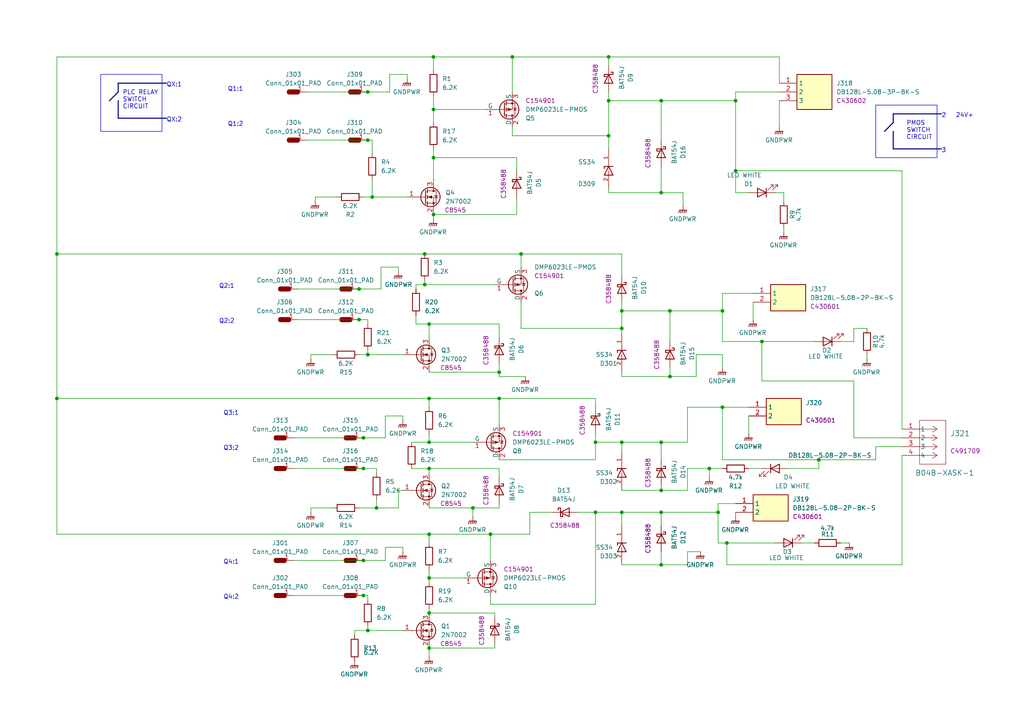
<source format=kicad_sch>
(kicad_sch (version 20230121) (generator eeschema)
  (paper "A4")
  (title_block (title "PLC OUTPUTS (P-MOS)") (rev "14.1.6") (company "Volodune LLC"))
  (lib_symbols
    (symbol "Device:LED" (pin_numbers hide) (pin_names (offset 1.016) hide)
      (property "Reference" "D" (at 0 2.54 0))
      (property "Value" "LED" (at 0 -2.54 0))
      (symbol "LED_1_1"
        (pin passive line (at -3.81 0 0) (length 2.54) (name "K") (number "1"))
        (pin passive line (at 3.81 0 180) (length 2.54) (name "A") (number "2"))
      )
    )
    (symbol "Device:R" (pin_numbers hide) (pin_names (offset 0))
      (property "Reference" "R" (at 2.032 0 90))
      (property "Value" "R" (at 0 0 90))
      (symbol "R_1_1"
        (pin passive line (at 0 3.81 270) (length 1.27) (name "~") (number "1"))
        (pin passive line (at 0 -3.81 90) (length 1.27) (name "~") (number "2"))
      )
    )
    (symbol "Diode:BAT54J" (pin_numbers hide) (pin_names (offset 1.016) hide)
      (property "Reference" "D" (at 0 2.54 0))
      (property "Value" "BAT54J" (at 0 -2.54 0))
      (symbol "BAT54J_1_1"
        (pin passive line (at -3.81 0 0) (length 2.54) (name "K") (number "1"))
        (pin passive line (at 3.81 0 180) (length 2.54) (name "A") (number "2"))
      )
    )
    (symbol "PCB_Library:1729128"
      (property "Reference" "J" (at 16.51 7.62 0))
      (property "Value" "XY128V-A-5.08-2P" (at 16.51 5.08 0))
      (property "LCSC" "C557665" (at 8.89 6.35 0))
      (symbol "1729128_1_1"
        (pin passive line (at 0 0 0) (length 5.08) (name "1") (number "1"))
        (pin passive line (at 0 -2.54 0) (length 5.08) (name "2") (number "2"))
      )
    )
    (symbol "PCB_Library:B04B-XASK-1" (pin_names (offset 0.254))
      (property "Reference" "J" (at 8.89 6.35 0))
      (property "Value" "B04B-XASK-1" (at 2.54 10.16 0))
      (property "LCSC" "C264994" (at -5.08 3.81 0))
      (symbol "B04B-XASK-1_1_1"
        (pin unspecified line (at 0 0 0) (length 5.08) (name "1") (number "1"))
        (pin unspecified line (at 0 -2.54 0) (length 5.08) (name "2") (number "2"))
        (pin unspecified line (at 0 -5.08 0) (length 5.08) (name "3") (number "3"))
        (pin unspecified line (at 0 -7.62 0) (length 5.08) (name "4") (number "4"))
      )
      (symbol "B04B-XASK-1_1_2"
        (pin unspecified line (at 0 0 0) (length 5.08) (name "1") (number "1"))
        (pin unspecified line (at 0 -2.54 0) (length 5.08) (name "2") (number "2"))
        (pin unspecified line (at 0 -5.08 0) (length 5.08) (name "3") (number "3"))
        (pin unspecified line (at 0 -7.62 0) (length 5.08) (name "4") (number "4"))
      )
    )
    (symbol "PCB_Library:Conn_01x01_PAD" (pin_names (offset 1.016) hide)
      (property "Reference" "J" (at 0 2.54 0))
      (property "Value" "Conn_01x01_PAD" (at 1.27 -3.81 0))
      (symbol "Conn_01x01_PAD_1_1"
        (pin passive line (at 5.08 0 180) (length 3.81) (name "Pin_1") (number "1"))
      )
    )
    (symbol "PCB_Library:DMP6023LE-PMOS" (pin_names (offset 0))
      (property "Reference" "Q" (at 5.08 1.27 0))
      (property "Value" "DMP6023LE-PMOS" (at 6.35 10.16 0))
      (property "LCSC" "C154901" (at -5.08 6.35 0))
      (symbol "DMP6023LE-PMOS_1_1"
        (pin input line (at -5.08 0 0) (length 2.54) (name "G") (number "1"))
        (pin passive line (at 2.54 5.08 270) (length 2.54) (name "D") (number "2"))
        (pin passive line (at 2.54 -5.08 90) (length 2.54) (name "S") (number "3"))
      )
    )
    (symbol "PCB_Library:SMBJ24A" (pin_names (offset 1.016))
      (property "Reference" "D" (at -5.0835 2.4159 0))
      (property "Value" "SMBJ24A" (at -5.0854 -4.9611 0))
      (symbol "SMBJ24A_1_0"
        (pin passive line (at -6.35 0 0) (length 5.08) (name "~") (number "1"))
        (pin passive line (at 5.08 0 180) (length 5.08) (name "~") (number "2"))
      )
    )
    (symbol "PCB_Library:XY128V-A-5.08-3P"
      (property "Reference" "J" (at 16.51 7.62 0))
      (property "Value" "XY128V-A-5.08-3P" (at 16.51 5.08 0))
      (property "LCSC" "C557666" (at 8.89 6.35 0))
      (symbol "XY128V-A-5.08-3P_1_1"
        (pin passive line (at 0 0 0) (length 5.08) (name "1") (number "1"))
        (pin passive line (at 0 -2.54 0) (length 5.08) (name "2") (number "2"))
        (pin passive line (at 0 -5.08 0) (length 5.08) (name "3") (number "3"))
      )
    )
    (symbol "Transistor_FET:2N7002" (pin_names hide)
      (property "Reference" "Q" (at 5.08 1.905 0))
      (property "Value" "2N7002" (at 5.08 0 0))
      (symbol "2N7002_1_1"
        (pin input line (at -5.08 0 0) (length 2.54) (name "G") (number "1"))
        (pin passive line (at 2.54 -5.08 90) (length 2.54) (name "S") (number "2"))
        (pin passive line (at 2.54 5.08 270) (length 2.54) (name "D") (number "3"))
      )
    )
    (symbol "power:GNDPWR" (power) (pin_names (offset 0))
      (property "Value" "GNDPWR" (at 0 -3.302 0))
      (symbol "GNDPWR_1_1"
        (pin power_in line (at 0 0 270) (length 0) hide (name "GNDPWR") (number "1"))
      )
    )
  )
  (junction (at 151.13 73.66))
  (junction (at 144.78 107.95))
  (junction (at 106.68 102.87))
  (junction (at 220.98 99.06))
  (junction (at 124.46 128.27))
  (junction (at 124.46 93.98))
  (junction (at 142.24 154.94))
  (junction (at 191.77 163.83))
  (junction (at 191.77 29.21))
  (junction (at 125.73 62.23))
  (junction (at 106.68 182.88))
  (junction (at 125.73 31.75))
  (junction (at 125.73 16.51))
  (junction (at 191.77 142.24))
  (junction (at 124.46 177.8))
  (junction (at 213.36 49.53))
  (junction (at 237.49 133.35))
  (junction (at 172.72 148.59))
  (junction (at 124.46 135.89))
  (junction (at 176.53 16.51))
  (junction (at 144.78 115.57))
  (junction (at 125.73 45.72))
  (junction (at 209.55 118.11))
  (junction (at 176.53 39.37))
  (junction (at 191.77 55.88))
  (junction (at 194.31 109.22))
  (junction (at 123.19 73.66))
  (junction (at 107.95 57.15))
  (junction (at 191.77 128.27))
  (junction (at 172.72 128.27))
  (junction (at 123.19 82.55))
  (junction (at 106.68 26.67))
  (junction (at 104.14 92.71))
  (junction (at 209.55 90.17))
  (junction (at 16.51 73.66))
  (junction (at 210.82 157.48))
  (junction (at 208.28 148.59))
  (junction (at 16.51 115.57))
  (junction (at 180.34 128.27))
  (junction (at 124.46 187.96))
  (junction (at 105.41 127))
  (junction (at 124.46 167.64))
  (junction (at 213.36 29.21))
  (junction (at 105.41 162.56))
  (junction (at 104.14 83.82))
  (junction (at 109.22 147.32))
  (junction (at 180.34 148.59))
  (junction (at 148.59 16.51))
  (junction (at 180.34 95.25))
  (junction (at 124.46 115.57))
  (junction (at 191.77 148.59))
  (junction (at 194.31 90.17))
  (junction (at 105.41 135.89))
  (junction (at 205.74 135.89))
  (junction (at 137.16 147.32))
  (junction (at 180.34 90.17))
  (junction (at 105.41 172.72))
  (junction (at 124.46 154.94))
  (junction (at 176.53 29.21))
  (junction (at 106.68 40.64))
  (wire (pts (xy 124.46 115.57) (xy 124.46 118.11)))
  (wire (pts (xy 120.65 82.55) (xy 123.19 82.55)))
  (wire (pts (xy 199.39 118.11) (xy 209.55 118.11)))
  (wire (pts (xy 209.55 85.09) (xy 209.55 90.17)))
  (bus (pts (xy 259.08 38.1) (xy 259.08 43.18)))
  (wire (pts (xy 125.73 31.75) (xy 125.73 35.56)))
  (wire (pts (xy 90.17 102.87) (xy 96.52 102.87)))
  (wire (pts (xy 191.77 128.27) (xy 191.77 133.35)))
  (wire (pts (xy 119.38 128.27) (xy 124.46 128.27)))
  (wire (pts (xy 124.46 125.73) (xy 124.46 128.27)))
  (wire (pts (xy 124.46 154.94) (xy 142.24 154.94)))
  (wire (pts (xy 198.12 55.88) (xy 191.77 55.88)))
  (wire (pts (xy 124.46 190.5) (xy 124.46 187.96)))
  (wire (pts (xy 172.72 125.73) (xy 172.72 128.27)))
  (bus (pts (xy 34.29 24.13) (xy 34.29 26.67)))
  (wire (pts (xy 247.65 99.06) (xy 247.65 95.25)))
  (wire (pts (xy 106.68 182.88) (xy 106.68 181.61)))
  (wire (pts (xy 237.49 133.35) (xy 237.49 135.89)))
  (wire (pts (xy 106.68 26.67) (xy 113.03 26.67)))
  (wire (pts (xy 120.65 91.44) (xy 120.65 93.98)))
  (wire (pts (xy 111.76 158.75) (xy 116.84 158.75)))
  (wire (pts (xy 106.68 101.6) (xy 106.68 102.87)))
  (wire (pts (xy 191.77 48.26) (xy 191.77 55.88)))
  (wire (pts (xy 209.55 102.87) (xy 209.55 106.68)))
  (wire (pts (xy 172.72 148.59) (xy 180.34 148.59)))
  (wire (pts (xy 153.67 148.59) (xy 153.67 154.94)))
  (wire (pts (xy 125.73 31.75) (xy 140.97 31.75)))
  (wire (pts (xy 143.51 177.8) (xy 143.51 179.07)))
  (wire (pts (xy 110.49 77.47) (xy 110.49 83.82)))
  (wire (pts (xy 124.46 115.57) (xy 144.78 115.57)))
  (wire (pts (xy 102.87 182.88) (xy 106.68 182.88)))
  (wire (pts (xy 86.36 83.82) (xy 104.14 83.82)))
  (wire (pts (xy 107.95 40.64) (xy 107.95 44.45)))
  (wire (pts (xy 90.17 147.32) (xy 96.52 147.32)))
  (bus (pts (xy 259.08 33.02) (xy 259.08 35.56)))
  (wire (pts (xy 191.77 148.59) (xy 191.77 152.4)))
  (wire (pts (xy 224.79 55.88) (xy 227.33 55.88)))
  (wire (pts (xy 180.34 73.66) (xy 180.34 80.01)))
  (wire (pts (xy 149.86 57.15) (xy 149.86 62.23)))
  (wire (pts (xy 213.36 148.59) (xy 213.36 149.86)))
  (wire (pts (xy 176.53 54.61) (xy 176.53 55.88)))
  (wire (pts (xy 125.73 62.23) (xy 125.73 63.5)))
  (wire (pts (xy 167.64 148.59) (xy 172.72 148.59)))
  (wire (pts (xy 201.93 102.87) (xy 201.93 109.22)))
  (wire (pts (xy 191.77 163.83) (xy 199.39 163.83)))
  (wire (pts (xy 88.9 26.67) (xy 106.68 26.67)))
  (wire (pts (xy 151.13 73.66) (xy 180.34 73.66)))
  (wire (pts (xy 109.22 144.78) (xy 109.22 147.32)))
  (wire (pts (xy 144.78 93.98) (xy 144.78 97.79)))
  (wire (pts (xy 180.34 148.59) (xy 191.77 148.59)))
  (wire (pts (xy 144.78 105.41) (xy 144.78 107.95)))
  (wire (pts (xy 205.74 135.89) (xy 209.55 135.89)))
  (wire (pts (xy 106.68 173.99) (xy 106.68 172.72)))
  (wire (pts (xy 203.2 160.02) (xy 199.39 160.02)))
  (wire (pts (xy 237.49 133.35) (xy 254 133.35)))
  (wire (pts (xy 91.44 57.15) (xy 97.79 57.15)))
  (wire (pts (xy 180.34 109.22) (xy 180.34 107.95)))
  (wire (pts (xy 144.78 146.05) (xy 144.78 147.32)))
  (wire (pts (xy 142.24 154.94) (xy 142.24 162.56)))
  (wire (pts (xy 125.73 43.18) (xy 125.73 45.72)))
  (wire (pts (xy 144.78 133.35) (xy 172.72 133.35)))
  (wire (pts (xy 124.46 187.96) (xy 143.51 187.96)))
  (wire (pts (xy 90.17 102.87) (xy 90.17 104.14)))
  (wire (pts (xy 16.51 154.94) (xy 124.46 154.94)))
  (wire (pts (xy 180.34 163.83) (xy 191.77 163.83)))
  (wire (pts (xy 106.68 182.88) (xy 116.84 182.88)))
  (wire (pts (xy 151.13 95.25) (xy 180.34 95.25)))
  (wire (pts (xy 209.55 90.17) (xy 209.55 99.06)))
  (wire (pts (xy 153.67 148.59) (xy 160.02 148.59)))
  (wire (pts (xy 106.68 172.72) (xy 105.41 172.72)))
  (wire (pts (xy 180.34 152.4) (xy 180.34 148.59)))
  (wire (pts (xy 124.46 167.64) (xy 134.62 167.64)))
  (wire (pts (xy 144.78 115.57) (xy 172.72 115.57)))
  (wire (pts (xy 124.46 107.95) (xy 144.78 107.95)))
  (bus (pts (xy 273.05 33.02) (xy 259.08 33.02)))
  (wire (pts (xy 180.34 90.17) (xy 194.31 90.17)))
  (wire (pts (xy 124.46 93.98) (xy 144.78 93.98)))
  (wire (pts (xy 208.28 148.59) (xy 208.28 157.48)))
  (wire (pts (xy 124.46 165.1) (xy 124.46 167.64)))
  (wire (pts (xy 176.53 29.21) (xy 191.77 29.21)))
  (wire (pts (xy 213.36 55.88) (xy 217.17 55.88)))
  (wire (pts (xy 116.84 142.24) (xy 115.57 142.24)))
  (bus (pts (xy 34.29 34.29) (xy 48.26 34.29)))
  (wire (pts (xy 213.36 29.21) (xy 213.36 49.53)))
  (wire (pts (xy 125.73 16.51) (xy 125.73 20.32)))
  (wire (pts (xy 125.73 27.94) (xy 125.73 31.75)))
  (wire (pts (xy 116.84 120.65) (xy 116.84 121.92)))
  (wire (pts (xy 148.59 39.37) (xy 176.53 39.37)))
  (wire (pts (xy 144.78 135.89) (xy 144.78 138.43)))
  (wire (pts (xy 105.41 57.15) (xy 107.95 57.15)))
  (wire (pts (xy 180.34 128.27) (xy 180.34 130.81)))
  (wire (pts (xy 213.36 26.67) (xy 226.06 26.67)))
  (wire (pts (xy 110.49 77.47) (xy 115.57 77.47)))
  (wire (pts (xy 102.87 184.15) (xy 102.87 182.88)))
  (wire (pts (xy 143.51 186.69) (xy 143.51 187.96)))
  (wire (pts (xy 105.41 127) (xy 111.76 127)))
  (bus (pts (xy 31.75 29.21) (xy 34.29 26.67)))
  (wire (pts (xy 106.68 40.64) (xy 107.95 40.64)))
  (wire (pts (xy 199.39 135.89) (xy 199.39 142.24)))
  (wire (pts (xy 142.24 175.26) (xy 172.72 175.26)))
  (wire (pts (xy 180.34 128.27) (xy 191.77 128.27)))
  (bus (pts (xy 48.26 24.13) (xy 34.29 24.13)))
  (wire (pts (xy 124.46 176.53) (xy 124.46 177.8)))
  (wire (pts (xy 109.22 147.32) (xy 115.57 147.32)))
  (wire (pts (xy 180.34 142.24) (xy 191.77 142.24)))
  (wire (pts (xy 226.06 29.21) (xy 226.06 36.83)))
  (wire (pts (xy 120.65 93.98) (xy 124.46 93.98)))
  (wire (pts (xy 91.44 57.15) (xy 91.44 58.42)))
  (wire (pts (xy 107.95 52.07) (xy 107.95 57.15)))
  (wire (pts (xy 125.73 45.72) (xy 125.73 52.07)))
  (wire (pts (xy 176.53 16.51) (xy 176.53 19.05)))
  (wire (pts (xy 85.09 127) (xy 105.41 127)))
  (wire (pts (xy 104.14 147.32) (xy 109.22 147.32)))
  (bus (pts (xy 34.29 29.21) (xy 34.29 34.29)))
  (wire (pts (xy 210.82 157.48) (xy 224.79 157.48)))
  (wire (pts (xy 180.34 90.17) (xy 180.34 95.25)))
  (wire (pts (xy 111.76 120.65) (xy 116.84 120.65)))
  (wire (pts (xy 106.68 92.71) (xy 106.68 93.98)))
  (wire (pts (xy 191.77 128.27) (xy 199.39 128.27)))
  (wire (pts (xy 124.46 168.91) (xy 124.46 167.64)))
  (wire (pts (xy 123.19 73.66) (xy 151.13 73.66)))
  (wire (pts (xy 16.51 73.66) (xy 16.51 115.57)))
  (wire (pts (xy 125.73 62.23) (xy 149.86 62.23)))
  (wire (pts (xy 16.51 73.66) (xy 123.19 73.66)))
  (wire (pts (xy 194.31 106.68) (xy 194.31 109.22)))
  (wire (pts (xy 199.39 128.27) (xy 199.39 118.11)))
  (wire (pts (xy 217.17 120.65) (xy 217.17 125.73)))
  (wire (pts (xy 227.33 55.88) (xy 227.33 58.42)))
  (wire (pts (xy 148.59 36.83) (xy 148.59 39.37)))
  (wire (pts (xy 213.36 49.53) (xy 261.62 49.53)))
  (wire (pts (xy 176.53 55.88) (xy 191.77 55.88)))
  (wire (pts (xy 123.19 82.55) (xy 143.51 82.55)))
  (wire (pts (xy 115.57 142.24) (xy 115.57 147.32)))
  (wire (pts (xy 124.46 93.98) (xy 124.46 97.79)))
  (wire (pts (xy 199.39 135.89) (xy 205.74 135.89)))
  (wire (pts (xy 116.84 158.75) (xy 116.84 160.02)))
  (wire (pts (xy 176.53 29.21) (xy 176.53 39.37)))
  (wire (pts (xy 198.12 55.88) (xy 198.12 59.69)))
  (wire (pts (xy 213.36 26.67) (xy 213.36 29.21)))
  (wire (pts (xy 194.31 90.17) (xy 194.31 99.06)))
  (wire (pts (xy 172.72 115.57) (xy 172.72 118.11)))
  (wire (pts (xy 180.34 95.25) (xy 180.34 96.52)))
  (wire (pts (xy 201.93 102.87) (xy 209.55 102.87)))
  (wire (pts (xy 232.41 157.48) (xy 236.22 157.48)))
  (wire (pts (xy 124.46 154.94) (xy 124.46 157.48)))
  (wire (pts (xy 227.33 66.04) (xy 227.33 67.31)))
  (wire (pts (xy 137.16 147.32) (xy 137.16 149.86)))
  (wire (pts (xy 172.72 128.27) (xy 180.34 128.27)))
  (wire (pts (xy 180.34 87.63) (xy 180.34 90.17)))
  (wire (pts (xy 125.73 45.72) (xy 149.86 45.72)))
  (wire (pts (xy 151.13 87.63) (xy 151.13 95.25)))
  (wire (pts (xy 210.82 163.83) (xy 261.62 163.83)))
  (wire (pts (xy 176.53 39.37) (xy 176.53 43.18)))
  (wire (pts (xy 194.31 109.22) (xy 201.93 109.22)))
  (wire (pts (xy 148.59 16.51) (xy 148.59 26.67)))
  (wire (pts (xy 172.72 128.27) (xy 172.72 133.35)))
  (wire (pts (xy 148.59 16.51) (xy 176.53 16.51)))
  (wire (pts (xy 124.46 135.89) (xy 144.78 135.89)))
  (wire (pts (xy 209.55 118.11) (xy 217.17 118.11)))
  (wire (pts (xy 124.46 128.27) (xy 137.16 128.27)))
  (wire (pts (xy 208.28 146.05) (xy 208.28 148.59)))
  (wire (pts (xy 86.36 92.71) (xy 104.14 92.71)))
  (wire (pts (xy 105.41 162.56) (xy 111.76 162.56)))
  (wire (pts (xy 247.65 110.49) (xy 247.65 127)))
  (wire (pts (xy 85.09 162.56) (xy 105.41 162.56)))
  (wire (pts (xy 125.73 16.51) (xy 148.59 16.51)))
  (wire (pts (xy 247.65 95.25) (xy 251.46 95.25)))
  (wire (pts (xy 111.76 120.65) (xy 111.76 127)))
  (wire (pts (xy 205.74 138.43) (xy 205.74 135.89)))
  (wire (pts (xy 237.49 135.89) (xy 228.6 135.89)))
  (wire (pts (xy 16.51 115.57) (xy 16.51 154.94)))
  (wire (pts (xy 124.46 135.89) (xy 124.46 137.16)))
  (wire (pts (xy 109.22 137.16) (xy 109.22 135.89)))
  (wire (pts (xy 172.72 148.59) (xy 172.72 175.26)))
  (wire (pts (xy 176.53 26.67) (xy 176.53 29.21)))
  (wire (pts (xy 191.77 29.21) (xy 191.77 40.64)))
  (wire (pts (xy 199.39 160.02) (xy 199.39 163.83)))
  (wire (pts (xy 16.51 115.57) (xy 124.46 115.57)))
  (wire (pts (xy 220.98 110.49) (xy 247.65 110.49)))
  (wire (pts (xy 119.38 135.89) (xy 124.46 135.89)))
  (wire (pts (xy 123.19 81.28) (xy 123.19 82.55)))
  (wire (pts (xy 90.17 147.32) (xy 90.17 148.59)))
  (wire (pts (xy 191.77 142.24) (xy 199.39 142.24)))
  (bus (pts (xy 256.54 38.1) (xy 259.08 35.56)))
  (wire (pts (xy 208.28 146.05) (xy 213.36 146.05)))
  (wire (pts (xy 208.28 157.48) (xy 210.82 157.48)))
  (wire (pts (xy 243.84 157.48) (xy 246.38 157.48)))
  (wire (pts (xy 191.77 148.59) (xy 208.28 148.59)))
  (wire (pts (xy 144.78 109.22) (xy 144.78 107.95)))
  (wire (pts (xy 261.62 132.08) (xy 261.62 163.83)))
  (wire (pts (xy 152.4 109.22) (xy 144.78 109.22)))
  (wire (pts (xy 226.06 16.51) (xy 226.06 24.13)))
  (wire (pts (xy 16.51 16.51) (xy 125.73 16.51)))
  (wire (pts (xy 191.77 29.21) (xy 213.36 29.21)))
  (wire (pts (xy 254 129.54) (xy 254 133.35)))
  (wire (pts (xy 109.22 135.89) (xy 105.41 135.89)))
  (wire (pts (xy 85.09 172.72) (xy 105.41 172.72)))
  (wire (pts (xy 104.14 102.87) (xy 106.68 102.87)))
  (wire (pts (xy 220.98 99.06) (xy 236.22 99.06)))
  (wire (pts (xy 213.36 49.53) (xy 213.36 55.88)))
  (wire (pts (xy 149.86 45.72) (xy 149.86 49.53)))
  (wire (pts (xy 209.55 99.06) (xy 220.98 99.06)))
  (wire (pts (xy 218.44 87.63) (xy 218.44 92.71)))
  (wire (pts (xy 142.24 154.94) (xy 153.67 154.94)))
  (wire (pts (xy 107.95 57.15) (xy 118.11 57.15)))
  (wire (pts (xy 176.53 16.51) (xy 226.06 16.51)))
  (wire (pts (xy 220.98 135.89) (xy 217.17 135.89)))
  (wire (pts (xy 124.46 177.8) (xy 143.51 177.8)))
  (wire (pts (xy 144.78 115.57) (xy 144.78 123.19)))
  (wire (pts (xy 220.98 99.06) (xy 220.98 110.49)))
  (wire (pts (xy 118.11 21.59) (xy 118.11 22.86)))
  (wire (pts (xy 209.55 85.09) (xy 218.44 85.09)))
  (wire (pts (xy 209.55 118.11) (xy 209.55 133.35)))
  (wire (pts (xy 251.46 102.87) (xy 251.46 104.14)))
  (wire (pts (xy 85.09 135.89) (xy 105.41 135.89)))
  (wire (pts (xy 115.57 77.47) (xy 115.57 78.74)))
  (wire (pts (xy 113.03 21.59) (xy 118.11 21.59)))
  (wire (pts (xy 104.14 83.82) (xy 110.49 83.82)))
  (wire (pts (xy 137.16 147.32) (xy 124.46 147.32)))
  (wire (pts (xy 243.84 99.06) (xy 247.65 99.06)))
  (wire (pts (xy 16.51 16.51) (xy 16.51 73.66)))
  (wire (pts (xy 142.24 172.72) (xy 142.24 175.26)))
  (bus (pts (xy 259.08 43.18) (xy 273.05 43.18)))
  (wire (pts (xy 247.65 127) (xy 261.62 127)))
  (wire (pts (xy 120.65 82.55) (xy 120.65 83.82)))
  (wire (pts (xy 191.77 160.02) (xy 191.77 163.83)))
  (wire (pts (xy 194.31 90.17) (xy 209.55 90.17)))
  (wire (pts (xy 113.03 21.59) (xy 113.03 26.67)))
  (wire (pts (xy 254 129.54) (xy 261.62 129.54)))
  (wire (pts (xy 88.9 40.64) (xy 106.68 40.64)))
  (wire (pts (xy 180.34 109.22) (xy 194.31 109.22)))
  (wire (pts (xy 111.76 158.75) (xy 111.76 162.56)))
  (wire (pts (xy 209.55 133.35) (xy 237.49 133.35)))
  (wire (pts (xy 191.77 140.97) (xy 191.77 142.24)))
  (wire (pts (xy 106.68 102.87) (xy 116.84 102.87)))
  (wire (pts (xy 151.13 73.66) (xy 151.13 77.47)))
  (wire (pts (xy 261.62 49.53) (xy 261.62 124.46)))
  (wire (pts (xy 210.82 157.48) (xy 210.82 163.83)))
  (wire (pts (xy 137.16 147.32) (xy 144.78 147.32)))
  (wire (pts (xy 104.14 92.71) (xy 106.68 92.71)))
  (rectangle (start 29.21 21.59) (end 46.99 38.1))
  (rectangle (start 254 30.48) (end 271.78 45.72))
  (text "Q4:1" (at 64.77 163.83 0) (effects (font (size 1.27 1.27)) (justify left bottom)))
  (text "Q4:2" (at 64.77 173.99 0) (effects (font (size 1.27 1.27)) (justify left bottom)))
  (text "Q3:1" (at 64.77 120.65 0) (effects (font (size 1.27 1.27)) (justify left bottom)))
  (text "2   24V+\n" (at 273.05 34.29 0) (effects (font (size 1.27 1.27)) (justify left bottom)))
  (text "PMOS\nSWITCH\nCIRCUIT" (at 262.89 40.64 0) (effects (font (size 1.27 1.27)) (justify left bottom)))
  (text "QX:2" (at 48.26 35.56 0) (effects (font (size 1.27 1.27)) (justify left bottom)))
  (text "PLC RELAY\nSWITCH\nCIRCUIT" (at 35.56 31.75 0) (effects (font (size 1.27 1.27)) (justify left bottom)))
  (text "3\n" (at 273.05 44.45 0) (effects (font (size 1.27 1.27)) (justify left bottom)))
  (text "Q2:1" (at 63.5 83.82 0) (effects (font (size 1.27 1.27)) (justify left bottom)))
  (text "Q1:2" (at 66.04 36.83 0) (effects (font (size 1.27 1.27)) (justify left bottom)))
  (text "Q2:2" (at 63.5 93.98 0) (effects (font (size 1.27 1.27)) (justify left bottom)))
  (text "Q3:2" (at 64.77 130.81 0) (effects (font (size 1.27 1.27)) (justify left bottom)))
  (text "QX:1" (at 48.26 25.4 0) (effects (font (size 1.27 1.27)) (justify left bottom)))
  (text "Q1:1" (at 66.04 26.67 0) (effects (font (size 1.27 1.27)) (justify left bottom)))
  (symbol (lib_id "PCB_Library:Conn_01x01_PAD") (at 80.01 172.72 0) (unit 1)
    (property "Reference" "J302" (at 81.28 167.64 0))
    (property "Value" "Conn_01x01_PAD" (at 81.28 170.18 0))
    (property "Footprint" "PCB_Library:Conn_pin_PLC" (effects hide))
  )
  (symbol (lib_id "PCB_Library:Conn_01x01_PAD") (at 100.33 127 0) (unit 1)
    (property "Reference" "J315" (at 101.6 121.92 0))
    (property "Value" "Conn_01x01_PAD" (at 101.6 124.46 0))
    (property "Footprint" "PCB_Library:Conn_pin_PLC" (effects hide))
  )
  (symbol (lib_id "Diode:BAT54J") (at 176.53 22.86 270) (unit 1)
    (property "Reference" "D9" (at 182.88 22.5425 0))
    (property "Value" "BAT54J" (at 180.34 22.5425 0))
    (property "Footprint" "Diode_SMD:D_SOD-323F" (effects hide))
    (property "Datasheet" "https://jlcpcb.com/partdetail/Foshan_Blue_RocketElec-BAT54J/C358488" (effects hide))
    (property "LCSC" "C358488" (at 172.72 22.86 0))
  )
  (symbol (lib_id "PCB_Library:DMP6023LE-PMOS") (at 142.24 128.27 0) (mirror x) (unit 1)
    (property "Reference" "Q8" (at 148.59 130.81 0) (effects (justify left)))
    (property "Value" "DMP6023LE-PMOS" (at 148.59 128.27 0) (effects (justify left)))
    (property "Footprint" "PCB_Library:SOT-223 DMP6023LE" (effects hide))
    (property "Datasheet" "https://ngspice.sourceforge.io/docs/ngspice-html-manual/manual.xhtml#cha_MOSFETs" (effects hide))
    (property "Sim.Device" "PMOS" (effects hide))
    (property "Sim.Type" "VDMOS" (effects hide))
    (property "Sim.Pins" "1=D 2=G 3=S" (effects hide))
    (property "LCSC" "C154901" (at 148.59 125.73 0) (effects (justify left)))
  )
  (symbol (lib_id "power:GNDPWR") (at 137.16 149.86 0) (unit 1)
    (property "Reference" "#PWR012" (effects hide))
    (property "Value" "GNDPWR" (at 137.033 153.67 0))
  )
  (symbol (lib_id "PCB_Library:XY128V-A-5.08-3P") (at 226.06 24.13 0) (unit 1)
    (property "Reference" "J318" (at 242.57 24.13 0) (effects (justify left)))
    (property "Value" "DB128L-5.08-3P-BK-S" (at 242.57 26.67 0) (effects (justify left)))
    (property "Footprint" "PCB_Library:XY128V-A-5.08-3P" (effects hide))
    (property "Datasheet" "https://jlcpcb.com/partdetail/Dorabo-DB128L_5_08_3P_BKS/C430602" (effects hide))
    (property "Height" "10.15" (effects hide))
    (property "LCSC" "C430602" (at 242.57 29.21 0) (effects (justify left)))
  )
  (symbol (lib_id "power:GNDPWR") (at 152.4 109.22 0) (unit 1)
    (property "Reference" "#PWR014" (effects hide))
    (property "Value" "GNDPWR" (at 152.273 113.03 0))
  )
  (symbol (lib_id "Device:LED") (at 228.6 157.48 180) (unit 1)
    (property "Reference" "D3" (at 228.346 160.02 0))
    (property "Value" "LED WHITE" (at 228.092 161.798 0))
    (property "Footprint" "LED_SMD:LED_0603_1608Metric" (effects hide))
    (property "Datasheet" "https://datasheet.lcsc.com/lcsc/1809041711_Hubei-KENTO-Elec-C2290_C2290.pdf" (effects hide))
    (property "LCSC" "C2290" (effects hide))
    (property "MAX_TEMP" "85 C" (effects hide))
  )
  (symbol (lib_id "PCB_Library:Conn_01x01_PAD") (at 100.33 135.89 0) (unit 1)
    (property "Reference" "J316" (at 101.6 130.81 0))
    (property "Value" "Conn_01x01_PAD" (at 101.6 133.35 0))
    (property "Footprint" "PCB_Library:Conn_pin_PLC" (effects hide))
  )
  (symbol (lib_id "PCB_Library:Conn_01x01_PAD") (at 83.82 26.67 0) (unit 1)
    (property "Reference" "J303" (at 85.09 21.59 0))
    (property "Value" "Conn_01x01_PAD" (at 85.09 24.13 0))
    (property "Footprint" "PCB_Library:Conn_pin_PLC" (effects hide))
  )
  (symbol (lib_id "Diode:BAT54J") (at 180.34 83.82 270) (unit 1)
    (property "Reference" "D10" (at 186.69 83.5025 0))
    (property "Value" "BAT54J" (at 184.15 83.5025 0))
    (property "Footprint" "Diode_SMD:D_SOD-323F" (effects hide))
    (property "Datasheet" "https://jlcpcb.com/partdetail/Foshan_Blue_RocketElec-BAT54J/C358488" (effects hide))
    (property "LCSC" "C358488" (at 176.53 83.82 0))
  )
  (symbol (lib_id "PCB_Library:Conn_01x01_PAD") (at 101.6 40.64 0) (unit 1)
    (property "Reference" "J310" (at 102.87 35.56 0))
    (property "Value" "Conn_01x01_PAD" (at 102.87 38.1 0))
    (property "Footprint" "PCB_Library:Conn_pin_PLC" (effects hide))
  )
  (symbol (lib_id "power:GNDPWR") (at 118.11 22.86 0) (unit 1)
    (property "Reference" "#PWR01" (effects hide))
    (property "Value" "GNDPWR" (at 117.983 26.67 0))
  )
  (symbol (lib_id "PCB_Library:Conn_01x01_PAD") (at 101.6 26.67 0) (unit 1)
    (property "Reference" "J309" (at 102.87 21.59 0))
    (property "Value" "Conn_01x01_PAD" (at 102.87 24.13 0))
    (property "Footprint" "PCB_Library:Conn_pin_PLC" (effects hide))
  )
  (symbol (lib_id "Diode:BAT54J") (at 144.78 101.6 270) (unit 1)
    (property "Reference" "D6" (at 151.13 101.2825 0))
    (property "Value" "BAT54J" (at 148.59 101.2825 0))
    (property "Footprint" "Diode_SMD:D_SOD-323F" (effects hide))
    (property "Datasheet" "https://jlcpcb.com/partdetail/Foshan_Blue_RocketElec-BAT54J/C358488" (effects hide))
    (property "LCSC" "C358488" (at 140.97 101.6 0))
  )
  (symbol (lib_id "Device:R") (at 227.33 62.23 180) (unit 1)
    (property "Reference" "R9" (at 229.87 62.23 90))
    (property "Value" "4.7k" (at 231.648 62.23 90))
    (property "Footprint" "Resistor_SMD:R_0603_1608Metric" (effects hide))
    (property "Datasheet" "https://datasheet.lcsc.com/lcsc/2206010145_UNI-ROYAL-Uniroyal-Elec-1206W4F4701T5E_C17936.pdf" (effects hide))
    (property "LCSC" "C88615" (effects hide))
    (property "MAX_TEMP" "125 C" (effects hide))
  )
  (symbol (lib_id "power:GNDPWR") (at 90.17 148.59 0) (unit 1)
    (property "Reference" "#PWR011" (effects hide))
    (property "Value" "GNDPWR" (at 90.043 152.4 0))
  )
  (symbol (lib_id "power:GNDPWR") (at 116.84 160.02 0) (unit 1)
    (property "Reference" "#PWR04" (effects hide))
    (property "Value" "GNDPWR" (at 116.84 163.83 0))
  )
  (symbol (lib_id "Device:R") (at 119.38 132.08 0) (unit 1)
    (property "Reference" "R18" (at 121.92 130.81 0) (effects (justify left)))
    (property "Value" "6.2K" (at 121.92 133.35 0) (effects (justify left)))
    (property "Footprint" "Resistor_SMD:R_0603_1608Metric" (effects hide))
    (property "Datasheet" "https://jlcpcb.com/partdetail/4667-0603WAF6201T5E/C4260" (effects hide))
    (property "LCSC" "C4260" (effects hide))
    (property "MAX_TEMP" "155 C" (effects hide))
  )
  (symbol (lib_id "power:GNDPWR") (at 218.44 92.71 0) (unit 1)
    (property "Reference" "#PWR019" (effects hide))
    (property "Value" "GNDPWR" (at 218.313 96.52 0))
  )
  (symbol (lib_id "PCB_Library:Conn_01x01_PAD") (at 81.28 92.71 0) (unit 1)
    (property "Reference" "J306" (at 82.55 87.63 0))
    (property "Value" "Conn_01x01_PAD" (at 82.55 90.17 0))
    (property "Footprint" "PCB_Library:Conn_pin_PLC" (effects hide))
  )
  (symbol (lib_id "Device:R") (at 109.22 140.97 0) (unit 1)
    (property "Reference" "R5" (at 111.76 139.7 0) (effects (justify left)))
    (property "Value" "6.2K" (at 111.76 142.24 0) (effects (justify left)))
    (property "Footprint" "Resistor_SMD:R_0603_1608Metric" (effects hide))
    (property "Datasheet" "https://jlcpcb.com/partdetail/4667-0603WAF6201T5E/C4260" (effects hide))
    (property "LCSC" "C4260" (effects hide))
    (property "MAX_TEMP" "155 C" (effects hide))
  )
  (symbol (lib_id "PCB_Library:Conn_01x01_PAD") (at 80.01 162.56 0) (unit 1)
    (property "Reference" "J301" (at 81.28 157.48 0))
    (property "Value" "Conn_01x01_PAD" (at 81.28 160.02 0))
    (property "Footprint" "PCB_Library:Conn_pin_PLC" (effects hide))
  )
  (symbol (lib_id "Device:LED") (at 220.98 55.88 180) (unit 1)
    (property "Reference" "D1" (at 217.17 53.34 0))
    (property "Value" "LED WHITE" (at 215.9 50.8 0))
    (property "Footprint" "LED_SMD:LED_0603_1608Metric" (effects hide))
    (property "Datasheet" "https://datasheet.lcsc.com/lcsc/1809041711_Hubei-KENTO-Elec-C2290_C2290.pdf" (effects hide))
    (property "LCSC" "C2290" (effects hide))
    (property "MAX_TEMP" "85 C" (effects hide))
  )
  (symbol (lib_id "power:GNDPWR") (at 209.55 106.68 0) (unit 1)
    (property "Reference" "#PWR05" (effects hide))
    (property "Value" "GNDPWR" (at 209.423 110.49 0))
  )
  (symbol (lib_id "power:GNDPWR") (at 102.87 191.77 0) (unit 1)
    (property "Reference" "#PWR010" (effects hide))
    (property "Value" "GNDPWR" (at 102.743 195.58 0))
  )
  (symbol (lib_id "PCB_Library:SMBJ24A") (at 176.53 49.53 270) (unit 1)
    (property "Reference" "D309" (at 172.72 53.34 90) (effects (justify right)))
    (property "Value" "SS34" (at 172.72 46.99 90) (effects (justify right)))
    (property "Footprint" "Diode_SMD:D_SMA" (effects hide))
    (property "Datasheet" "https://jlcpcb.com/partdetail/mdd_microdiode_semiconductor-SS34/C8678" (effects hide))
    (property "STANDARD" "IPC-7351B" (effects hide))
    (property "LCSC" "C8678" (effects hide))
  )
  (symbol (lib_id "power:GNDPWR") (at 124.46 190.5 0) (unit 1)
    (property "Reference" "#PWR09" (effects hide))
    (property "Value" "GNDPWR" (at 124.333 194.31 0))
  )
  (symbol (lib_id "Device:R") (at 102.87 187.96 0) (unit 1)
    (property "Reference" "R13" (at 105.41 187.96 0) (effects (justify left)))
    (property "Value" "6.2K" (at 105.41 189.23 0) (effects (justify left)))
    (property "Footprint" "Resistor_SMD:R_0603_1608Metric" (effects hide))
    (property "Datasheet" "https://jlcpcb.com/partdetail/4667-0603WAF6201T5E/C4260" (effects hide))
    (property "LCSC" "C4260" (effects hide))
    (property "MAX_TEMP" "155 C" (effects hide))
  )
  (symbol (lib_id "PCB_Library:Conn_01x01_PAD") (at 81.28 83.82 0) (unit 1)
    (property "Reference" "J305" (at 82.55 78.74 0))
    (property "Value" "Conn_01x01_PAD" (at 82.55 81.28 0))
    (property "Footprint" "PCB_Library:Conn_pin_PLC" (effects hide))
  )
  (symbol (lib_id "Device:R") (at 213.36 135.89 270) (unit 1)
    (property "Reference" "R12" (at 213.36 140.97 90))
    (property "Value" "4.7k" (at 213.36 138.43 90))
    (property "Footprint" "Resistor_SMD:R_0603_1608Metric" (effects hide))
    (property "Datasheet" "https://datasheet.lcsc.com/lcsc/2206010145_UNI-ROYAL-Uniroyal-Elec-1206W4F4701T5E_C17936.pdf" (effects hide))
    (property "LCSC" "C88615" (effects hide))
    (property "MAX_TEMP" "125 C" (effects hide))
  )
  (symbol (lib_id "power:GNDPWR") (at 217.17 125.73 0) (unit 1)
    (property "Reference" "#PWR017" (effects hide))
    (property "Value" "GNDPWR" (at 217.043 129.54 0))
  )
  (symbol (lib_id "PCB_Library:1729128") (at 217.17 118.11 0) (unit 1)
    (property "Reference" "J320" (at 233.68 116.84 0) (effects (justify left)))
    (property "Value" "DB128L-5.08-2P-BK-S" (at 228.6 132.08 0) (effects (justify left)))
    (property "Footprint" "PCB_Library:1729128" (effects hide))
    (property "Datasheet" "https://jlcpcb.com/partdetail/Dorabo-DB128L_5_08_2P_BKS/C430601" (effects hide))
    (property "Height" "10.15" (effects hide))
    (property "Mouser Part Number" "651-1729128" (effects hide))
    (property "LCSC" "C430601" (at 233.68 121.92 0) (effects (justify left)))
  )
  (symbol (lib_id "PCB_Library:Conn_01x01_PAD") (at 99.06 92.71 0) (unit 1)
    (property "Reference" "J312" (at 100.33 87.63 0))
    (property "Value" "Conn_01x01_PAD" (at 100.33 90.17 0))
    (property "Footprint" "PCB_Library:Conn_pin_PLC" (effects hide))
  )
  (symbol (lib_id "Device:R") (at 100.33 102.87 90) (unit 1)
    (property "Reference" "R15" (at 100.33 107.95 90))
    (property "Value" "6.2K" (at 100.33 105.41 90))
    (property "Footprint" "Resistor_SMD:R_0603_1608Metric" (effects hide))
    (property "Datasheet" "https://jlcpcb.com/partdetail/4667-0603WAF6201T5E/C4260" (effects hide))
    (property "LCSC" "C4260" (effects hide))
    (property "MAX_TEMP" "155 C" (effects hide))
  )
  (symbol (lib_id "Device:R") (at 124.46 161.29 180) (unit 1)
    (property "Reference" "R7" (at 127 160.02 0) (effects (justify right)))
    (property "Value" "6.2K" (at 127 162.56 0) (effects (justify right)))
    (property "Footprint" "Resistor_SMD:R_0603_1608Metric" (effects hide))
    (property "Datasheet" "https://jlcpcb.com/partdetail/4667-0603WAF6201T5E/C4260" (effects hide))
    (property "LCSC" "C4260" (effects hide))
    (property "MAX_TEMP" "155 C" (effects hide))
  )
  (symbol (lib_id "Device:R") (at 123.19 77.47 180) (unit 1)
    (property "Reference" "R3" (at 125.73 76.2 0) (effects (justify right)))
    (property "Value" "6.2K" (at 125.73 78.74 0) (effects (justify right)))
    (property "Footprint" "Resistor_SMD:R_0603_1608Metric" (effects hide))
    (property "Datasheet" "https://jlcpcb.com/partdetail/4667-0603WAF6201T5E/C4260" (effects hide))
    (property "LCSC" "C4260" (effects hide))
    (property "MAX_TEMP" "155 C" (effects hide))
  )
  (symbol (lib_id "PCB_Library:DMP6023LE-PMOS") (at 146.05 31.75 0) (mirror x) (unit 1)
    (property "Reference" "Q5" (at 152.4 34.29 0) (effects (justify left)))
    (property "Value" "DMP6023LE-PMOS" (at 152.4 31.75 0) (effects (justify left)))
    (property "Footprint" "PCB_Library:SOT-223 DMP6023LE" (effects hide))
    (property "Datasheet" "https://ngspice.sourceforge.io/docs/ngspice-html-manual/manual.xhtml#cha_MOSFETs" (effects hide))
    (property "Sim.Device" "PMOS" (effects hide))
    (property "Sim.Type" "VDMOS" (effects hide))
    (property "Sim.Pins" "1=D 2=G 3=S" (effects hide))
    (property "LCSC" "C154901" (at 152.4 29.21 0) (effects (justify left)))
  )
  (symbol (lib_id "PCB_Library:SMBJ24A") (at 180.34 102.87 270) (unit 1)
    (property "Reference" "D301" (at 179.07 105.41 90) (effects (justify right)))
    (property "Value" "SS34" (at 177.8 102.87 90) (effects (justify right)))
    (property "Footprint" "Diode_SMD:D_SMA" (effects hide))
    (property "Datasheet" "https://jlcpcb.com/partdetail/mdd_microdiode_semiconductor-SS34/C8678" (effects hide))
    (property "STANDARD" "IPC-7351B" (effects hide))
    (property "LCSC" "C8678" (effects hide))
  )
  (symbol (lib_id "PCB_Library:Conn_01x01_PAD") (at 100.33 162.56 0) (unit 1)
    (property "Reference" "J307" (at 101.6 157.48 0))
    (property "Value" "Conn_01x01_PAD" (at 101.6 160.02 0))
    (property "Footprint" "PCB_Library:Conn_pin_PLC" (effects hide))
  )
  (symbol (lib_id "PCB_Library:B04B-XASK-1") (at 261.62 124.46 0) (unit 1)
    (property "Reference" "J321" (at 275.59 125.73 0) (effects (font (size 1.524 1.524)) (justify left)))
    (property "Value" "B04B-XASK-1" (at 265.43 137.16 0) (effects (font (size 1.524 1.524)) (justify left)))
    (property "Footprint" "PCB_Library:CONN_B04B-XASK-1-A_JST" (effects hide))
    (property "Datasheet" "B04B-XASK-1" (effects hide))
    (property "LCSC" "C491709" (at 275.59 130.81 0) (effects (justify left)))
  )
  (symbol (lib_id "Device:R") (at 124.46 172.72 0) (unit 1)
    (property "Reference" "R19" (at 127 171.45 0) (effects (justify left)))
    (property "Value" "6.2K" (at 127 173.99 0) (effects (justify left)))
    (property "Footprint" "Resistor_SMD:R_0603_1608Metric" (effects hide))
    (property "Datasheet" "https://jlcpcb.com/partdetail/4667-0603WAF6201T5E/C4260" (effects hide))
    (property "LCSC" "C4260" (effects hide))
    (property "MAX_TEMP" "155 C" (effects hide))
  )
  (symbol (lib_id "power:GNDPWR") (at 205.74 138.43 0) (unit 1)
    (property "Reference" "#PWR0303" (effects hide))
    (property "Value" "GNDPWR" (at 205.613 142.24 0))
  )
  (symbol (lib_id "Transistor_FET:2N7002") (at 121.92 182.88 0) (unit 1)
    (property "Reference" "Q1" (at 127.889 181.6099 0) (effects (justify left)))
    (property "Value" "2N7002" (at 127.889 184.1499 0) (effects (justify left)))
    (property "Footprint" "Package_TO_SOT_SMD:SOT-23" (effects hide))
    (property "Datasheet" "https://www.onsemi.com/pub/Collateral/NDS7002A-D.PDF" (effects hide))
    (property "LCSC" "C8545" (at 130.81 186.69 0))
    (property "MAX_TEMP" "150 C" (effects hide))
  )
  (symbol (lib_id "Device:R") (at 107.95 48.26 0) (unit 1)
    (property "Reference" "R4" (at 110.49 46.99 0) (effects (justify left)))
    (property "Value" "6.2K" (at 110.49 49.53 0) (effects (justify left)))
    (property "Footprint" "Resistor_SMD:R_0603_1608Metric" (effects hide))
    (property "Datasheet" "https://jlcpcb.com/partdetail/4667-0603WAF6201T5E/C4260" (effects hide))
    (property "LCSC" "C4260" (effects hide))
    (property "MAX_TEMP" "155 C" (effects hide))
  )
  (symbol (lib_id "Device:LED") (at 224.79 135.89 0) (unit 1)
    (property "Reference" "D4" (at 228.6 138.43 0))
    (property "Value" "LED WHITE" (at 229.87 140.97 0))
    (property "Footprint" "LED_SMD:LED_0603_1608Metric" (effects hide))
    (property "Datasheet" "https://datasheet.lcsc.com/lcsc/1809041711_Hubei-KENTO-Elec-C2290_C2290.pdf" (effects hide))
    (property "LCSC" "C2290" (effects hide))
    (property "MAX_TEMP" "85 C" (effects hide))
  )
  (symbol (lib_id "Diode:BAT54J") (at 144.78 142.24 270) (unit 1)
    (property "Reference" "D7" (at 151.13 141.9225 0))
    (property "Value" "BAT54J" (at 148.59 141.9225 0))
    (property "Footprint" "Diode_SMD:D_SOD-323F" (effects hide))
    (property "Datasheet" "https://jlcpcb.com/partdetail/Foshan_Blue_RocketElec-BAT54J/C358488" (effects hide))
    (property "LCSC" "C358488" (at 140.97 142.24 0))
  )
  (symbol (lib_id "power:GNDPWR") (at 115.57 78.74 0) (unit 1)
    (property "Reference" "#PWR02" (effects hide))
    (property "Value" "GNDPWR" (at 115.57 82.55 0))
  )
  (symbol (lib_id "power:GNDPWR") (at 246.38 157.48 0) (unit 1)
    (property "Reference" "#PWR08" (effects hide))
    (property "Value" "GNDPWR" (at 246.253 161.29 0))
  )
  (symbol (lib_id "Diode:BAT54J") (at 191.77 137.16 270) (unit 1)
    (property "Reference" "D14" (at 198.12 136.8425 0))
    (property "Value" "BAT54J" (at 195.58 136.8425 0))
    (property "Footprint" "Diode_SMD:D_SOD-323F" (effects hide))
    (property "Datasheet" "https://jlcpcb.com/partdetail/Foshan_Blue_RocketElec-BAT54J/C358488" (effects hide))
    (property "LCSC" "C358488" (at 187.96 137.16 0))
  )
  (symbol (lib_id "Device:R") (at 240.03 157.48 270) (unit 1)
    (property "Reference" "R11" (at 240.03 154.94 90))
    (property "Value" "4.7k" (at 240.03 153.162 90))
    (property "Footprint" "Resistor_SMD:R_0603_1608Metric" (effects hide))
    (property "Datasheet" "https://datasheet.lcsc.com/lcsc/2206010145_UNI-ROYAL-Uniroyal-Elec-1206W4F4701T5E_C17936.pdf" (effects hide))
    (property "LCSC" "C88615" (effects hide))
    (property "MAX_TEMP" "125 C" (effects hide))
  )
  (symbol (lib_id "PCB_Library:1729128") (at 213.36 146.05 0) (unit 1)
    (property "Reference" "J319" (at 229.87 144.78 0) (effects (justify left)))
    (property "Value" "DB128L-5.08-2P-BK-S" (at 229.87 147.32 0) (effects (justify left)))
    (property "Footprint" "PCB_Library:1729128" (effects hide))
    (property "Datasheet" "https://jlcpcb.com/partdetail/Dorabo-DB128L_5_08_2P_BKS/C430601" (effects hide))
    (property "Height" "10.15" (effects hide))
    (property "Mouser Part Number" "651-1729128" (effects hide))
    (property "LCSC" "C430601" (at 229.87 149.86 0) (effects (justify left)))
  )
  (symbol (lib_id "Device:R") (at 251.46 99.06 180) (unit 1)
    (property "Reference" "R10" (at 254 99.06 90))
    (property "Value" "4.7k" (at 255.778 99.06 90))
    (property "Footprint" "Resistor_SMD:R_0603_1608Metric" (effects hide))
    (property "Datasheet" "https://datasheet.lcsc.com/lcsc/2206010145_UNI-ROYAL-Uniroyal-Elec-1206W4F4701T5E_C17936.pdf" (effects hide))
    (property "LCSC" "C88615" (effects hide))
    (property "MAX_TEMP" "125 C" (effects hide))
  )
  (symbol (lib_id "power:GNDPWR") (at 198.12 59.69 0) (unit 1)
    (property "Reference" "#PWR0304" (effects hide))
    (property "Value" "GNDPWR" (at 197.993 63.5 0))
  )
  (symbol (lib_id "Device:R") (at 100.33 147.32 90) (unit 1)
    (property "Reference" "R14" (at 100.33 152.4 90))
    (property "Value" "6.2K" (at 100.33 149.86 90))
    (property "Footprint" "Resistor_SMD:R_0603_1608Metric" (effects hide))
    (property "Datasheet" "https://jlcpcb.com/partdetail/4667-0603WAF6201T5E/C4260" (effects hide))
    (property "LCSC" "C4260" (effects hide))
    (property "MAX_TEMP" "155 C" (effects hide))
  )
  (symbol (lib_id "PCB_Library:1729128") (at 218.44 85.09 0) (unit 1)
    (property "Reference" "J317" (at 234.95 83.82 0) (effects (justify left)))
    (property "Value" "DB128L-5.08-2P-BK-S" (at 234.95 86.36 0) (effects (justify left)))
    (property "Footprint" "PCB_Library:1729128" (effects hide))
    (property "Datasheet" "https://jlcpcb.com/partdetail/Dorabo-DB128L_5_08_2P_BKS/C430601" (effects hide))
    (property "Height" "10.15" (effects hide))
    (property "Mouser Part Number" "651-1729128" (effects hide))
    (property "LCSC" "C430601" (at 234.95 88.9 0) (effects (justify left)))
  )
  (symbol (lib_id "Device:R") (at 124.46 121.92 180) (unit 1)
    (property "Reference" "R6" (at 127 120.65 0) (effects (justify right)))
    (property "Value" "6.2K" (at 127 123.19 0) (effects (justify right)))
    (property "Footprint" "Resistor_SMD:R_0603_1608Metric" (effects hide))
    (property "Datasheet" "https://jlcpcb.com/partdetail/4667-0603WAF6201T5E/C4260" (effects hide))
    (property "LCSC" "C4260" (effects hide))
    (property "MAX_TEMP" "155 C" (effects hide))
  )
  (symbol (lib_id "Transistor_FET:2N7002") (at 121.92 102.87 0) (unit 1)
    (property "Reference" "Q3" (at 127.889 101.5999 0) (effects (justify left)))
    (property "Value" "2N7002" (at 127.889 104.1399 0) (effects (justify left)))
    (property "Footprint" "Package_TO_SOT_SMD:SOT-23" (effects hide))
    (property "Datasheet" "https://www.onsemi.com/pub/Collateral/NDS7002A-D.PDF" (effects hide))
    (property "LCSC" "C8545" (at 130.81 106.68 0))
    (property "MAX_TEMP" "150 C" (effects hide))
  )
  (symbol (lib_id "Diode:BAT54J") (at 163.83 148.59 0) (unit 1)
    (property "Reference" "D13" (at 163.5125 142.24 0))
    (property "Value" "BAT54J" (at 163.5125 144.78 0))
    (property "Footprint" "Diode_SMD:D_SOD-323F" (effects hide))
    (property "Datasheet" "https://jlcpcb.com/partdetail/Foshan_Blue_RocketElec-BAT54J/C358488" (effects hide))
    (property "LCSC" "C358488" (at 163.83 152.4 0))
  )
  (symbol (lib_id "power:GNDPWR") (at 90.17 104.14 0) (unit 1)
    (property "Reference" "#PWR013" (effects hide))
    (property "Value" "GNDPWR" (at 90.043 107.95 0))
  )
  (symbol (lib_id "PCB_Library:Conn_01x01_PAD") (at 99.06 83.82 0) (unit 1)
    (property "Reference" "J311" (at 100.33 78.74 0))
    (property "Value" "Conn_01x01_PAD" (at 100.33 81.28 0))
    (property "Footprint" "PCB_Library:Conn_pin_PLC" (effects hide))
  )
  (symbol (lib_id "Diode:BAT54J") (at 143.51 182.88 270) (unit 1)
    (property "Reference" "D8" (at 149.86 182.5625 0))
    (property "Value" "BAT54J" (at 147.32 182.5625 0))
    (property "Footprint" "Diode_SMD:D_SOD-323F" (effects hide))
    (property "Datasheet" "https://jlcpcb.com/partdetail/Foshan_Blue_RocketElec-BAT54J/C358488" (effects hide))
    (property "LCSC" "C358488" (at 139.7 182.88 0))
  )
  (symbol (lib_id "Diode:BAT54J") (at 149.86 53.34 270) (unit 1)
    (property "Reference" "D5" (at 156.21 53.0225 0))
    (property "Value" "BAT54J" (at 153.67 53.0225 0))
    (property "Footprint" "Diode_SMD:D_SOD-323F" (effects hide))
    (property "Datasheet" "https://jlcpcb.com/partdetail/Foshan_Blue_RocketElec-BAT54J/C358488" (effects hide))
    (property "LCSC" "C358488" (at 146.05 53.34 0))
  )
  (symbol (lib_id "power:GNDPWR") (at 203.2 160.02 0) (unit 1)
    (property "Reference" "#PWR0301" (effects hide))
    (property "Value" "GNDPWR" (at 203.073 163.83 0))
  )
  (symbol (lib_id "power:GNDPWR") (at 116.84 121.92 0) (unit 1)
    (property "Reference" "#PWR03" (effects hide))
    (property "Value" "GNDPWR" (at 116.84 125.73 0))
  )
  (symbol (lib_id "power:GNDPWR") (at 91.44 58.42 0) (unit 1)
    (property "Reference" "#PWR015" (effects hide))
    (property "Value" "GNDPWR" (at 91.313 62.23 0))
  )
  (symbol (lib_id "PCB_Library:Conn_01x01_PAD") (at 100.33 172.72 0) (unit 1)
    (property "Reference" "J308" (at 101.6 167.64 0))
    (property "Value" "Conn_01x01_PAD" (at 101.6 170.18 0))
    (property "Footprint" "PCB_Library:Conn_pin_PLC" (effects hide))
  )
  (symbol (lib_id "Diode:BAT54J") (at 172.72 121.92 270) (unit 1)
    (property "Reference" "D11" (at 179.07 121.6025 0))
    (property "Value" "BAT54J" (at 176.53 121.6025 0))
    (property "Footprint" "Diode_SMD:D_SOD-323F" (effects hide))
    (property "Datasheet" "https://jlcpcb.com/partdetail/Foshan_Blue_RocketElec-BAT54J/C358488" (effects hide))
    (property "LCSC" "C358488" (at 168.91 121.92 0))
  )
  (symbol (lib_id "PCB_Library:Conn_01x01_PAD") (at 83.82 40.64 0) (unit 1)
    (property "Reference" "J304" (at 85.09 35.56 0))
    (property "Value" "Conn_01x01_PAD" (at 85.09 38.1 0))
    (property "Footprint" "PCB_Library:Conn_pin_PLC" (effects hide))
  )
  (symbol (lib_id "power:GNDPWR") (at 125.73 63.5 0) (unit 1)
    (property "Reference" "#PWR016" (effects hide))
    (property "Value" "GNDPWR" (at 125.603 67.31 0))
  )
  (symbol (lib_id "Device:LED") (at 240.03 99.06 180) (unit 1)
    (property "Reference" "D2" (at 239.776 101.6 0))
    (property "Value" "LED WHITE" (at 239.522 103.378 0))
    (property "Footprint" "LED_SMD:LED_0603_1608Metric" (effects hide))
    (property "Datasheet" "https://datasheet.lcsc.com/lcsc/1809041711_Hubei-KENTO-Elec-C2290_C2290.pdf" (effects hide))
    (property "LCSC" "C2290" (effects hide))
    (property "MAX_TEMP" "85 C" (effects hide))
  )
  (symbol (lib_id "power:GNDPWR") (at 227.33 67.31 0) (unit 1)
    (property "Reference" "#PWR06" (effects hide))
    (property "Value" "GNDPWR" (at 227.203 71.12 0))
  )
  (symbol (lib_id "Device:R") (at 120.65 87.63 0) (unit 1)
    (property "Reference" "R20" (at 123.19 87.63 0) (effects (justify left)))
    (property "Value" "6.2K" (at 123.19 90.17 0) (effects (justify left)))
    (property "Footprint" "Resistor_SMD:R_0603_1608Metric" (effects hide))
    (property "Datasheet" "https://jlcpcb.com/partdetail/4667-0603WAF6201T5E/C4260" (effects hide))
    (property "LCSC" "C4260" (effects hide))
    (property "MAX_TEMP" "155 C" (effects hide))
  )
  (symbol (lib_id "PCB_Library:Conn_01x01_PAD") (at 80.01 135.89 0) (unit 1)
    (property "Reference" "J314" (at 81.28 130.81 0))
    (property "Value" "Conn_01x01_PAD" (at 81.28 133.35 0))
    (property "Footprint" "PCB_Library:Conn_pin_PLC" (effects hide))
  )
  (symbol (lib_id "PCB_Library:DMP6023LE-PMOS") (at 148.59 82.55 0) (mirror x) (unit 1)
    (property "Reference" "Q6" (at 154.94 85.09 0) (effects (justify left)))
    (property "Value" "DMP6023LE-PMOS" (at 154.94 77.47 0) (effects (justify left)))
    (property "Footprint" "PCB_Library:SOT-223 DMP6023LE" (effects hide))
    (property "Datasheet" "https://ngspice.sourceforge.io/docs/ngspice-html-manual/manual.xhtml#cha_MOSFETs" (effects hide))
    (property "Sim.Device" "PMOS" (effects hide))
    (property "Sim.Type" "VDMOS" (effects hide))
    (property "Sim.Pins" "1=D 2=G 3=S" (effects hide))
    (property "LCSC" "C154901" (at 154.94 80.01 0) (effects (justify left)))
  )
  (symbol (lib_id "Transistor_FET:2N7002") (at 121.92 142.24 0) (unit 1)
    (property "Reference" "Q2" (at 127.889 140.9699 0) (effects (justify left)))
    (property "Value" "2N7002" (at 127.889 143.5099 0) (effects (justify left)))
    (property "Footprint" "Package_TO_SOT_SMD:SOT-23" (effects hide))
    (property "Datasheet" "https://www.onsemi.com/pub/Collateral/NDS7002A-D.PDF" (effects hide))
    (property "LCSC" "C8545" (at 130.81 146.05 0))
    (property "MAX_TEMP" "150 C" (effects hide))
  )
  (symbol (lib_id "Device:R") (at 125.73 24.13 180) (unit 1)
    (property "Reference" "R1" (at 128.27 22.86 0) (effects (justify right)))
    (property "Value" "6.2K" (at 128.27 25.4 0) (effects (justify right)))
    (property "Footprint" "Resistor_SMD:R_0603_1608Metric" (effects hide))
    (property "Datasheet" "https://jlcpcb.com/partdetail/4667-0603WAF6201T5E/C4260" (effects hide))
    (property "LCSC" "C4260" (effects hide))
    (property "MAX_TEMP" "155 C" (effects hide))
  )
  (symbol (lib_id "power:GNDPWR") (at 213.36 149.86 0) (unit 1)
    (property "Reference" "#PWR020" (effects hide))
    (property "Value" "GNDPWR" (at 213.233 153.67 0))
  )
  (symbol (lib_id "PCB_Library:DMP6023LE-PMOS") (at 139.7 167.64 0) (mirror x) (unit 1)
    (property "Reference" "Q10" (at 146.05 170.18 0) (effects (justify left)))
    (property "Value" "DMP6023LE-PMOS" (at 146.05 167.64 0) (effects (justify left)))
    (property "Footprint" "PCB_Library:SOT-223 DMP6023LE" (effects hide))
    (property "Datasheet" "https://ngspice.sourceforge.io/docs/ngspice-html-manual/manual.xhtml#cha_MOSFETs" (effects hide))
    (property "Sim.Device" "PMOS" (effects hide))
    (property "Sim.Type" "VDMOS" (effects hide))
    (property "Sim.Pins" "1=D 2=G 3=S" (effects hide))
    (property "LCSC" "C154901" (at 146.05 165.1 0) (effects (justify left)))
  )
  (symbol (lib_id "PCB_Library:SMBJ24A") (at 180.34 137.16 270) (unit 1)
    (property "Reference" "D302" (at 179.07 139.7 90) (effects (justify right)))
    (property "Value" "SS34" (at 177.8 137.16 90) (effects (justify right)))
    (property "Footprint" "Diode_SMD:D_SMA" (effects hide))
    (property "Datasheet" "https://jlcpcb.com/partdetail/mdd_microdiode_semiconductor-SS34/C8678" (effects hide))
    (property "STANDARD" "IPC-7351B" (effects hide))
    (property "LCSC" "C8678" (effects hide))
  )
  (symbol (lib_id "Device:R") (at 125.73 39.37 180) (unit 1)
    (property "Reference" "R17" (at 128.27 38.1 0) (effects (justify right)))
    (property "Value" "6.2K" (at 128.27 40.64 0) (effects (justify right)))
    (property "Footprint" "Resistor_SMD:R_0603_1608Metric" (effects hide))
    (property "Datasheet" "https://jlcpcb.com/partdetail/4667-0603WAF6201T5E/C4260" (effects hide))
    (property "LCSC" "C4260" (effects hide))
    (property "MAX_TEMP" "155 C" (effects hide))
  )
  (symbol (lib_id "Device:R") (at 101.6 57.15 90) (unit 1)
    (property "Reference" "R2" (at 101.6 62.23 90))
    (property "Value" "6.2K" (at 101.6 59.69 90))
    (property "Footprint" "Resistor_SMD:R_0603_1608Metric" (effects hide))
    (property "Datasheet" "https://jlcpcb.com/partdetail/4667-0603WAF6201T5E/C4260" (effects hide))
    (property "LCSC" "C4260" (effects hide))
    (property "MAX_TEMP" "155 C" (effects hide))
  )
  (symbol (lib_id "Transistor_FET:2N7002") (at 123.19 57.15 0) (unit 1)
    (property "Reference" "Q4" (at 129.159 55.8799 0) (effects (justify left)))
    (property "Value" "2N7002" (at 129.159 58.4199 0) (effects (justify left)))
    (property "Footprint" "Package_TO_SOT_SMD:SOT-23" (effects hide))
    (property "Datasheet" "https://www.onsemi.com/pub/Collateral/NDS7002A-D.PDF" (effects hide))
    (property "LCSC" "C8545" (at 132.08 60.96 0))
    (property "MAX_TEMP" "150 C" (effects hide))
  )
  (symbol (lib_id "PCB_Library:Conn_01x01_PAD") (at 80.01 127 0) (unit 1)
    (property "Reference" "J313" (at 81.28 121.92 0))
    (property "Value" "Conn_01x01_PAD" (at 81.28 124.46 0))
    (property "Footprint" "PCB_Library:Conn_pin_PLC" (effects hide))
  )
  (symbol (lib_id "Diode:BAT54J") (at 194.31 102.87 270) (unit 1)
    (property "Reference" "D15" (at 200.66 102.5525 0))
    (property "Value" "BAT54J" (at 198.12 102.5525 0))
    (property "Footprint" "Diode_SMD:D_SOD-323F" (effects hide))
    (property "Datasheet" "https://jlcpcb.com/partdetail/Foshan_Blue_RocketElec-BAT54J/C358488" (effects hide))
    (property "LCSC" "C358488" (at 190.5 102.87 0))
  )
  (symbol (lib_id "power:GNDPWR") (at 226.06 36.83 0) (unit 1)
    (property "Reference" "#PWR018" (effects hide))
    (property "Value" "GNDPWR" (at 225.933 40.64 0))
  )
  (symbol (lib_id "PCB_Library:SMBJ24A") (at 180.34 158.75 270) (unit 1)
    (property "Reference" "D303" (at 179.07 161.29 90) (effects (justify right)))
    (property "Value" "SS34" (at 177.8 158.75 90) (effects (justify right)))
    (property "Footprint" "Diode_SMD:D_SMA" (effects hide))
    (property "Datasheet" "https://jlcpcb.com/partdetail/mdd_microdiode_semiconductor-SS34/C8678" (effects hide))
    (property "STANDARD" "IPC-7351B" (effects hide))
    (property "LCSC" "C8678" (effects hide))
  )
  (symbol (lib_id "Device:R") (at 106.68 97.79 0) (unit 1)
    (property "Reference" "R21" (at 109.22 96.52 0) (effects (justify left)))
    (property "Value" "6.2K" (at 109.22 99.06 0) (effects (justify left)))
    (property "Footprint" "Resistor_SMD:R_0603_1608Metric" (effects hide))
    (property "Datasheet" "https://jlcpcb.com/partdetail/4667-0603WAF6201T5E/C4260" (effects hide))
    (property "LCSC" "C4260" (effects hide))
    (property "MAX_TEMP" "155 C" (effects hide))
  )
  (symbol (lib_id "Device:R") (at 106.68 177.8 0) (unit 1)
    (property "Reference" "R8" (at 109.22 176.53 0) (effects (justify left)))
    (property "Value" "6.2K" (at 109.22 179.07 0) (effects (justify left)))
    (property "Footprint" "Resistor_SMD:R_0603_1608Metric" (effects hide))
    (property "Datasheet" "https://jlcpcb.com/partdetail/4667-0603WAF6201T5E/C4260" (effects hide))
    (property "LCSC" "C4260" (effects hide))
    (property "MAX_TEMP" "155 C" (effects hide))
  )
  (symbol (lib_id "Diode:BAT54J") (at 191.77 44.45 270) (unit 1)
    (property "Reference" "D16" (at 198.12 44.1325 0))
    (property "Value" "BAT54J" (at 195.58 44.1325 0))
    (property "Footprint" "Diode_SMD:D_SOD-323F" (effects hide))
    (property "Datasheet" "https://jlcpcb.com/partdetail/Foshan_Blue_RocketElec-BAT54J/C358488" (effects hide))
    (property "LCSC" "C358488" (at 187.96 44.45 0))
  )
  (symbol (lib_id "power:GNDPWR") (at 251.46 104.14 0) (unit 1)
    (property "Reference" "#PWR07" (effects hide))
    (property "Value" "GNDPWR" (at 251.333 107.95 0))
  )
  (symbol (lib_id "Diode:BAT54J") (at 191.77 156.21 270) (unit 1)
    (property "Reference" "D12" (at 198.12 155.8925 0))
    (property "Value" "BAT54J" (at 195.58 155.8925 0))
    (property "Footprint" "Diode_SMD:D_SOD-323F" (effects hide))
    (property "Datasheet" "https://jlcpcb.com/partdetail/Foshan_Blue_RocketElec-BAT54J/C358488" (effects hide))
    (property "LCSC" "C358488" (at 187.96 156.21 0))
  )
)
</source>
